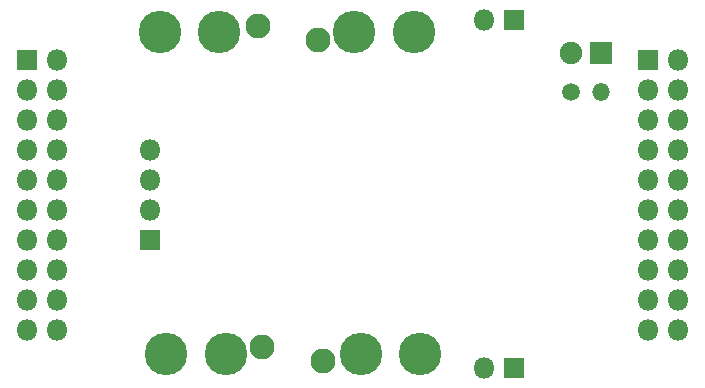
<source format=gbr>
%TF.GenerationSoftware,KiCad,Pcbnew,(5.1.6)-1*%
%TF.CreationDate,2020-06-16T01:11:06+01:00*%
%TF.ProjectId,peltier_driver_pcb,70656c74-6965-4725-9f64-72697665725f,rev?*%
%TF.SameCoordinates,Original*%
%TF.FileFunction,Soldermask,Bot*%
%TF.FilePolarity,Negative*%
%FSLAX46Y46*%
G04 Gerber Fmt 4.6, Leading zero omitted, Abs format (unit mm)*
G04 Created by KiCad (PCBNEW (5.1.6)-1) date 2020-06-16 01:11:06*
%MOMM*%
%LPD*%
G01*
G04 APERTURE LIST*
%ADD10O,1.800000X1.800000*%
%ADD11R,1.800000X1.800000*%
%ADD12C,2.110000*%
%ADD13C,3.600000*%
%ADD14C,1.500000*%
%ADD15O,1.500000X1.500000*%
%ADD16R,1.900000X1.900000*%
%ADD17C,1.900000*%
G04 APERTURE END LIST*
D10*
%TO.C,U1*%
X120298000Y-66246000D03*
X120298000Y-68786000D03*
X120298000Y-71326000D03*
D11*
X120298000Y-73866000D03*
%TD*%
D10*
%TO.C,J3*%
X148624000Y-84714000D03*
D11*
X151164000Y-84714000D03*
%TD*%
%TO.C,J10*%
X151164000Y-55250000D03*
D10*
X148624000Y-55250000D03*
%TD*%
D11*
%TO.C,J9*%
X109960000Y-58640000D03*
D10*
X112500000Y-58640000D03*
X109960000Y-61180000D03*
X112500000Y-61180000D03*
X109960000Y-63720000D03*
X112500000Y-63720000D03*
X109960000Y-66260000D03*
X112500000Y-66260000D03*
X109960000Y-68800000D03*
X112500000Y-68800000D03*
X109960000Y-71340000D03*
X112500000Y-71340000D03*
X109960000Y-73880000D03*
X112500000Y-73880000D03*
X109960000Y-76420000D03*
X112500000Y-76420000D03*
X109960000Y-78960000D03*
X112500000Y-78960000D03*
X109960000Y-81500000D03*
X112500000Y-81500000D03*
%TD*%
D12*
%TO.C,F1*%
X129466000Y-55736000D03*
X134566000Y-56936000D03*
%TD*%
%TO.C,F6*%
X134947000Y-84114000D03*
X129847000Y-82914000D03*
%TD*%
D13*
%TO.C,J1*%
X137594000Y-56244000D03*
%TD*%
%TO.C,J2*%
X126164000Y-56244000D03*
%TD*%
%TO.C,J4*%
X121164000Y-56244000D03*
%TD*%
%TO.C,J5*%
X142674000Y-56244000D03*
%TD*%
%TO.C,J21*%
X138229000Y-83549000D03*
%TD*%
%TO.C,J22*%
X126799000Y-83549000D03*
%TD*%
%TO.C,J25*%
X143229000Y-83549000D03*
%TD*%
%TO.C,J28*%
X121719000Y-83549000D03*
%TD*%
D11*
%TO.C,J6*%
X162500000Y-58640000D03*
D10*
X165040000Y-58640000D03*
X162500000Y-61180000D03*
X165040000Y-61180000D03*
X162500000Y-63720000D03*
X165040000Y-63720000D03*
X162500000Y-66260000D03*
X165040000Y-66260000D03*
X162500000Y-68800000D03*
X165040000Y-68800000D03*
X162500000Y-71340000D03*
X165040000Y-71340000D03*
X162500000Y-73880000D03*
X165040000Y-73880000D03*
X162500000Y-76420000D03*
X165040000Y-76420000D03*
X162500000Y-78960000D03*
X165040000Y-78960000D03*
X162500000Y-81500000D03*
X165040000Y-81500000D03*
%TD*%
D14*
%TO.C,R10*%
X155966000Y-61346000D03*
D15*
X158506000Y-61346000D03*
%TD*%
D16*
%TO.C,D1*%
X158500000Y-58000000D03*
D17*
X155960000Y-58000000D03*
%TD*%
M02*

</source>
